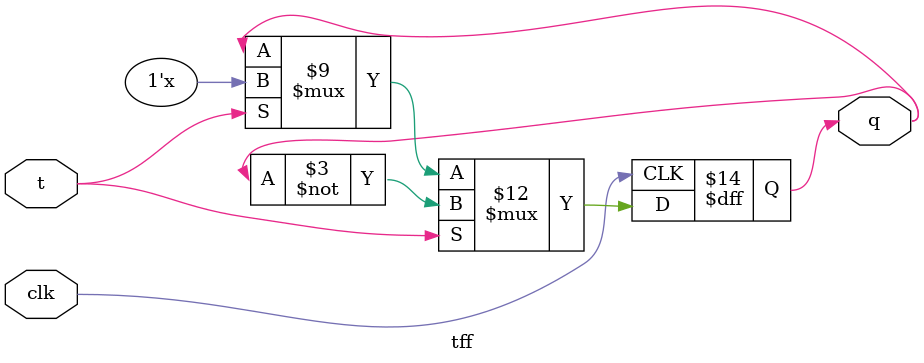
<source format=v>
module tff(
  output q,
  input t,clk);
  reg q;
  initial
    q=0;
  always @ (posedge clk)
    begin
      if (t==1)
        q=~q;
      else if(t==0)
        q=q;
    end
endmodule

</source>
